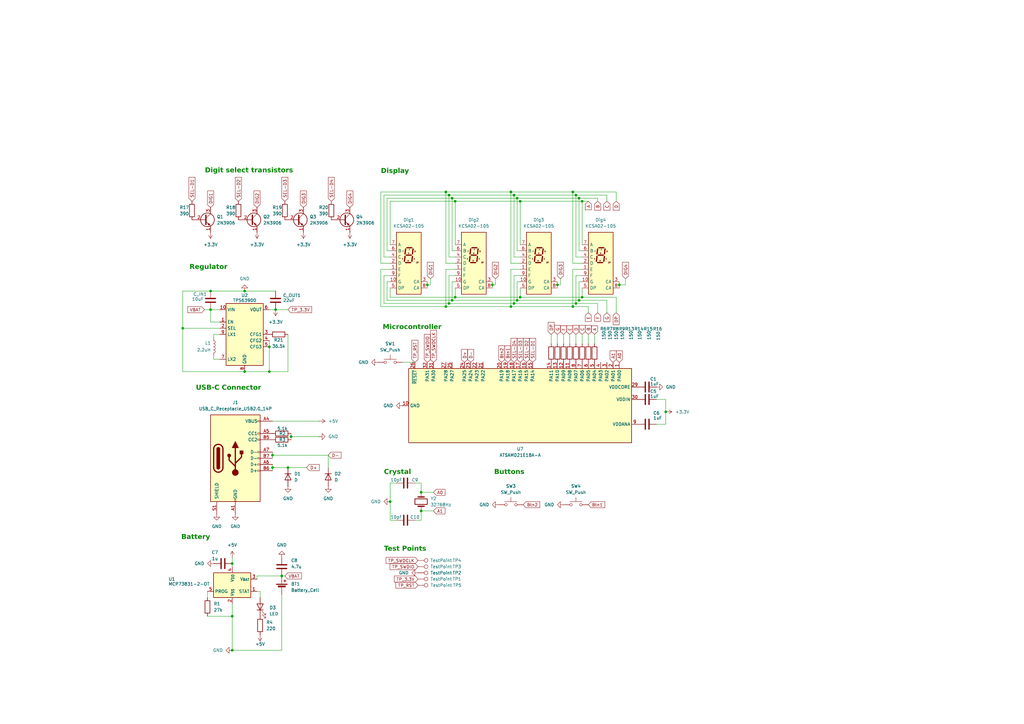
<source format=kicad_sch>
(kicad_sch (version 20231120) (generator "eeschema") (generator_version "8.0")
  (paper "A3")
  (title_block (title "Watch PCB") (date "2025-04-29") (rev "0.9"))
  (lib_symbols
    (symbol "Battery_Management:MCP73831-2-OT"
      (property "Reference" "U" (at -7.62 6.35 0))
      (property "Value" "MCP73831-2-OT" (at 1.27 6.35 0))
      (symbol "MCP73831-2-OT_1_1"
        (pin tri_state line (at 10.16 -2.54 180) (length 2.54) (name "STAT") (number "1"))
        (pin power_in line (at 0 -7.62 90) (length 2.54) (name "V_{SS}") (number "2"))
        (pin power_out line (at 10.16 2.54 180) (length 2.54) (name "V_{BAT}") (number "3"))
        (pin power_in line (at 0 7.62 270) (length 2.54) (name "V_{DD}") (number "4"))
        (pin input line (at -10.16 -2.54 0) (length 2.54) (name "PROG") (number "5"))
      )
    )
    (symbol "Connector:TestPoint" (pin_numbers hide) (pin_names (offset 0.762) hide)
      (property "Reference" "TP" (at 0 6.858 0))
      (property "Value" "TestPoint" (at 0 5.08 0))
      (symbol "TestPoint_1_1"
        (pin passive line (at 0 0 90) (length 2.54) (name "1") (number "1"))
      )
    )
    (symbol "Connector:USB_C_Receptacle_USB2.0_14P" (pin_names (offset 1.016))
      (property "Reference" "J" (at 0 22.225 0))
      (property "Value" "USB_C_Receptacle_USB2.0_14P" (at 0 19.685 0))
      (symbol "USB_C_Receptacle_USB2.0_14P_1_1"
        (pin passive line (at 0 -22.86 90) (length 5.08) (name "GND") (number "A1"))
        (pin passive line (at 0 -22.86 90) (length 5.08) hide (name "GND") (number "A12"))
        (pin passive line (at 15.24 15.24 180) (length 5.08) (name "VBUS") (number "A4"))
        (pin bidirectional line (at 15.24 10.16 180) (length 5.08) (name "CC1") (number "A5"))
        (pin bidirectional line (at 15.24 -2.54 180) (length 5.08) (name "D+") (number "A6"))
        (pin bidirectional line (at 15.24 2.54 180) (length 5.08) (name "D-") (number "A7"))
        (pin passive line (at 15.24 15.24 180) (length 5.08) hide (name "VBUS") (number "A9"))
        (pin passive line (at 0 -22.86 90) (length 5.08) hide (name "GND") (number "B1"))
        (pin passive line (at 0 -22.86 90) (length 5.08) hide (name "GND") (number "B12"))
        (pin passive line (at 15.24 15.24 180) (length 5.08) hide (name "VBUS") (number "B4"))
        (pin bidirectional line (at 15.24 7.62 180) (length 5.08) (name "CC2") (number "B5"))
        (pin bidirectional line (at 15.24 -5.08 180) (length 5.08) (name "D+") (number "B6"))
        (pin bidirectional line (at 15.24 0 180) (length 5.08) (name "D-") (number "B7"))
        (pin passive line (at 15.24 15.24 180) (length 5.08) hide (name "VBUS") (number "B9"))
        (pin passive line (at -7.62 -22.86 90) (length 5.08) (name "SHIELD") (number "S1"))
      )
    )
    (symbol "Device:Battery_Cell" (pin_numbers hide) (pin_names (offset 0) hide)
      (property "Reference" "BT" (at 2.54 2.54 0))
      (property "Value" "Battery_Cell" (at 2.54 0 0))
      (symbol "Battery_Cell_1_1"
        (pin passive line (at 0 5.08 270) (length 2.54) (name "+") (number "1"))
        (pin passive line (at 0 -2.54 90) (length 2.54) (name "-") (number "2"))
      )
    )
    (symbol "Device:C" (pin_numbers hide) (pin_names (offset 0.254))
      (property "Reference" "C" (at 0.635 2.54 0))
      (property "Value" "C" (at 0.635 -2.54 0))
      (symbol "C_1_1"
        (pin passive line (at 0 3.81 270) (length 2.794) (name "~") (number "1"))
        (pin passive line (at 0 -3.81 90) (length 2.794) (name "~") (number "2"))
      )
    )
    (symbol "Device:Crystal" (pin_numbers hide) (pin_names (offset 1.016) hide)
      (property "Reference" "Y" (at 0 3.81 0))
      (property "Value" "Crystal" (at 0 -3.81 0))
      (symbol "Crystal_1_1"
        (pin passive line (at -3.81 0 0) (length 1.27) (name "1") (number "1"))
        (pin passive line (at 3.81 0 180) (length 1.27) (name "2") (number "2"))
      )
    )
    (symbol "Device:D" (pin_numbers hide) (pin_names (offset 1.016) hide)
      (property "Reference" "D" (at 0 2.54 0))
      (property "Value" "D" (at 0 -2.54 0))
      (symbol "D_1_1"
        (pin passive line (at -3.81 0 0) (length 2.54) (name "K") (number "1"))
        (pin passive line (at 3.81 0 180) (length 2.54) (name "A") (number "2"))
      )
    )
    (symbol "Device:L" (pin_numbers hide) (pin_names (offset 1.016) hide)
      (property "Reference" "L" (at -1.27 0 90))
      (property "Value" "L" (at 1.905 0 90))
      (symbol "L_1_1"
        (pin passive line (at 0 3.81 270) (length 1.27) (name "1") (number "1"))
        (pin passive line (at 0 -3.81 90) (length 1.27) (name "2") (number "2"))
      )
    )
    (symbol "Device:LED" (pin_numbers hide) (pin_names (offset 1.016) hide)
      (property "Reference" "D" (at 0 2.54 0))
      (property "Value" "LED" (at 0 -2.54 0))
      (symbol "LED_1_1"
        (pin passive line (at -3.81 0 0) (length 2.54) (name "K") (number "1"))
        (pin passive line (at 3.81 0 180) (length 2.54) (name "A") (number "2"))
      )
    )
    (symbol "Device:R" (pin_numbers hide) (pin_names (offset 0))
      (property "Reference" "R" (at 2.032 0 90))
      (property "Value" "R" (at 0 0 90))
      (symbol "R_1_1"
        (pin passive line (at 0 3.81 270) (length 1.27) (name "~") (number "1"))
        (pin passive line (at 0 -3.81 90) (length 1.27) (name "~") (number "2"))
      )
    )
    (symbol "Display_Character:KCSA02-105" (pin_names (offset 0.635))
      (property "Reference" "U" (at -2.54 13.97 0))
      (property "Value" "KCSA02-105" (at 1.27 13.97 0))
      (symbol "KCSA02-105_0_0"
        (text "A" (at 0.254 5.588 0) (effects (font (size 0.508 0.508))))
        (text "B" (at 2.54 4.826 0) (effects (font (size 0.508 0.508))))
        (text "C" (at 2.286 1.778 0) (effects (font (size 0.508 0.508))))
        (text "D" (at -0.254 1.016 0) (effects (font (size 0.508 0.508))))
        (text "DP" (at 3.556 0.254 0) (effects (font (size 0.508 0.508))))
        (text "E" (at -2.54 1.778 0) (effects (font (size 0.508 0.508))))
        (text "F" (at -2.286 4.826 0) (effects (font (size 0.508 0.508))))
        (text "G" (at 0 4.064 0) (effects (font (size 0.508 0.508))))
      )
      (symbol "KCSA02-105_1_1"
        (pin input line (at -7.62 -2.54 0) (length 2.54) (name "E") (number "1"))
        (pin input line (at -7.62 -7.62 0) (length 2.54) (name "G") (number "10"))
        (pin input line (at -7.62 0 0) (length 2.54) (name "D") (number "2"))
        (pin input line (at 7.62 -7.62 180) (length 2.54) (name "CA") (number "3"))
        (pin input line (at -7.62 2.54 0) (length 2.54) (name "C") (number "4"))
        (pin input line (at -7.62 -10.16 0) (length 2.54) (name "DP") (number "5"))
        (pin input line (at -7.62 5.08 0) (length 2.54) (name "B") (number "6"))
        (pin input line (at -7.62 7.62 0) (length 2.54) (name "A") (number "7"))
        (pin input line (at 7.62 -10.16 180) (length 2.54) (name "CA") (number "8"))
        (pin input line (at -7.62 -5.08 0) (length 2.54) (name "F") (number "9"))
      )
    )
    (symbol "MCU_Microchip_SAMD:ATSAMD21E18A-A"
      (property "Reference" "U" (at -13.97 46.99 0))
      (property "Value" "ATSAMD21E18A-A" (at 16.51 46.99 0))
      (symbol "ATSAMD21E18A-A_1_1"
        (pin bidirectional line (at -17.78 40.64 0) (length 2.54) (name "PA00") (number "1"))
        (pin power_in line (at 0 -48.26 90) (length 2.54) (name "GND") (number "10"))
        (pin bidirectional line (at -17.78 20.32 0) (length 2.54) (name "PA08") (number "11"))
        (pin bidirectional line (at -17.78 17.78 0) (length 2.54) (name "PA09") (number "12"))
        (pin bidirectional line (at -17.78 15.24 0) (length 2.54) (name "PA10") (number "13"))
        (pin bidirectional line (at -17.78 12.7 0) (length 2.54) (name "PA11") (number "14"))
        (pin bidirectional line (at -17.78 5.08 0) (length 2.54) (name "PA14") (number "15"))
        (pin bidirectional line (at -17.78 2.54 0) (length 2.54) (name "PA15") (number "16"))
        (pin bidirectional line (at -17.78 0 0) (length 2.54) (name "PA16") (number "17"))
        (pin bidirectional line (at -17.78 -2.54 0) (length 2.54) (name "PA17") (number "18"))
        (pin bidirectional line (at -17.78 -5.08 0) (length 2.54) (name "PA18") (number "19"))
        (pin bidirectional line (at -17.78 38.1 0) (length 2.54) (name "PA01") (number "2"))
        (pin bidirectional line (at -17.78 -7.62 0) (length 2.54) (name "PA19") (number "20"))
        (pin bidirectional line (at -17.78 -15.24 0) (length 2.54) (name "PA22") (number "21"))
        (pin bidirectional line (at -17.78 -17.78 0) (length 2.54) (name "PA23") (number "22"))
        (pin bidirectional line (at -17.78 -20.32 0) (length 2.54) (name "PA24") (number "23"))
        (pin bidirectional line (at -17.78 -22.86 0) (length 2.54) (name "PA25") (number "24"))
        (pin bidirectional line (at -17.78 -27.94 0) (length 2.54) (name "PA27") (number "25"))
        (pin input line (at -17.78 -43.18 0) (length 2.54) (name "~{RESET}") (number "26"))
        (pin bidirectional line (at -17.78 -30.48 0) (length 2.54) (name "PA28") (number "27"))
        (pin passive line (at 0 -48.26 90) (length 2.54) hide (name "GND") (number "28"))
        (pin power_out line (at -7.62 48.26 270) (length 2.54) (name "VDDCORE") (number "29"))
        (pin bidirectional line (at -17.78 35.56 0) (length 2.54) (name "PA02") (number "3"))
        (pin power_in line (at -2.54 48.26 270) (length 2.54) (name "VDDIN") (number "30"))
        (pin bidirectional line (at -17.78 -35.56 0) (length 2.54) (name "PA30") (number "31"))
        (pin bidirectional line (at -17.78 -38.1 0) (length 2.54) (name "PA31") (number "32"))
        (pin bidirectional line (at -17.78 33.02 0) (length 2.54) (name "PA03") (number "4"))
        (pin bidirectional line (at -17.78 30.48 0) (length 2.54) (name "PA04") (number "5"))
        (pin bidirectional line (at -17.78 27.94 0) (length 2.54) (name "PA05") (number "6"))
        (pin bidirectional line (at -17.78 25.4 0) (length 2.54) (name "PA06") (number "7"))
        (pin bidirectional line (at -17.78 22.86 0) (length 2.54) (name "PA07") (number "8"))
        (pin power_in line (at 7.62 48.26 270) (length 2.54) (name "VDDANA") (number "9"))
      )
    )
    (symbol "Regulator_Switching:TPS63900"
      (property "Reference" "U" (at -7.62 13.97 0))
      (property "Value" "TPS63900" (at 5.08 13.97 0))
      (symbol "TPS63900_1_1"
        (pin input line (at -10.16 5.08 0) (length 2.54) (name "EN") (number "1"))
        (pin power_in line (at -10.16 10.16 0) (length 2.54) (name "VIN") (number "10"))
        (pin passive line (at 0 -15.24 90) (length 2.54) hide (name "GND") (number "11"))
        (pin input line (at -10.16 2.54 0) (length 2.54) (name "SEL") (number "2"))
        (pin input line (at 10.16 0 180) (length 2.54) (name "CFG1") (number "3"))
        (pin input line (at 10.16 -2.54 180) (length 2.54) (name "CFG2") (number "4"))
        (pin input line (at 10.16 -5.08 180) (length 2.54) (name "CFG3") (number "5"))
        (pin power_out line (at 10.16 10.16 180) (length 2.54) (name "VOUT") (number "6"))
        (pin input line (at -10.16 -10.16 0) (length 2.54) (name "LX2") (number "7"))
        (pin power_in line (at 0 -15.24 90) (length 2.54) (name "GND") (number "8"))
        (pin input line (at -10.16 0 0) (length 2.54) (name "LX1") (number "9"))
      )
    )
    (symbol "Switch:SW_Push" (pin_numbers hide) (pin_names (offset 1.016) hide)
      (property "Reference" "SW" (at 1.27 2.54 0))
      (property "Value" "SW_Push" (at 0 -1.524 0))
      (symbol "SW_Push_0_1"
        (pin passive line (at -5.08 0 0) (length 2.54) (name "1") (number "1"))
        (pin passive line (at 5.08 0 180) (length 2.54) (name "2") (number "2"))
      )
    )
    (symbol "Transistor_BJT:2N3906" (pin_names (offset 0) hide)
      (property "Reference" "Q" (at 5.08 1.905 0))
      (property "Value" "2N3906" (at 5.08 0 0))
      (symbol "2N3906_1_1"
        (pin passive line (at 2.54 -5.08 90) (length 2.54) (name "E") (number "1"))
        (pin input line (at -5.08 0 0) (length 5.715) (name "B") (number "2"))
        (pin passive line (at 2.54 5.08 270) (length 2.54) (name "C") (number "3"))
      )
    )
    (symbol "power:+3.3V" (power) (pin_numbers hide) (pin_names (offset 0) hide)
      (property "Value" "+3.3V" (at 0 3.556 0))
      (symbol "+3.3V_1_1"
        (pin power_in line (at 0 0 90) (length 0) (name "~") (number "1"))
      )
    )
    (symbol "power:+5V" (power) (pin_numbers hide) (pin_names (offset 0) hide)
      (property "Value" "+5V" (at 0 3.556 0))
      (symbol "+5V_1_1"
        (pin power_in line (at 0 0 90) (length 0) (name "~") (number "1"))
      )
    )
    (symbol "power:GND" (power) (pin_numbers hide) (pin_names (offset 0) hide)
      (property "Value" "GND" (at 0 -3.81 0))
      (symbol "GND_1_1"
        (pin power_in line (at 0 0 270) (length 0) (name "~") (number "1"))
      )
    )
  )
  (junction (at 95.25 231.14))
  (junction (at 160.02 205.74))
  (junction (at 110.49 152.4))
  (junction (at 111.76 191.77))
  (junction (at 254 116.84))
  (junction (at 238.76 121.92))
  (junction (at 237.49 81.28))
  (junction (at 237.49 123.19))
  (junction (at 210.82 80.01))
  (junction (at 172.72 209.55))
  (junction (at 175.26 116.84))
  (junction (at 212.09 123.19))
  (junction (at 201.93 116.84))
  (junction (at 172.72 201.93))
  (junction (at 110.49 142.24))
  (junction (at 212.09 81.28))
  (junction (at 184.15 124.46))
  (junction (at 118.11 191.77))
  (junction (at 119.38 179.07))
  (junction (at 228.6 116.84))
  (junction (at 115.57 236.22))
  (junction (at 100.33 119.38))
  (junction (at 86.36 119.38))
  (junction (at 95.25 252.73))
  (junction (at 234.95 125.73))
  (junction (at 111.76 186.69))
  (junction (at 238.76 82.55))
  (junction (at 113.03 127))
  (junction (at 185.42 123.19))
  (junction (at 95.25 266.7))
  (junction (at 186.69 121.92))
  (junction (at 236.22 80.01))
  (junction (at 273.05 168.91))
  (junction (at 213.36 121.92))
  (junction (at 209.55 125.73))
  (junction (at 236.22 124.46))
  (junction (at 234.95 78.74))
  (junction (at 86.36 127))
  (junction (at 182.88 125.73))
  (junction (at 213.36 82.55))
  (junction (at 182.88 78.74))
  (junction (at 100.33 152.4))
  (junction (at 210.82 124.46))
  (junction (at 209.55 78.74))
  (junction (at 184.15 80.01))
  (junction (at 74.93 134.62))
  (junction (at 185.42 81.28))
  (junction (at 186.69 82.55))
  (wire (pts (xy 245.11 128.27) (xy 245.11 124.46)))
  (wire (pts (xy 86.36 132.08) (xy 90.17 132.08)))
  (wire (pts (xy 160.02 198.12) (xy 162.56 198.12)))
  (wire (pts (xy 236.22 80.01) (xy 236.22 105.41)))
  (wire (pts (xy 95.25 266.7) (xy 115.57 266.7)))
  (wire (pts (xy 95.25 247.65) (xy 95.25 252.73)))
  (wire (pts (xy 248.92 80.01) (xy 248.92 82.55)))
  (wire (pts (xy 234.95 125.73) (xy 234.95 110.49)))
  (wire (pts (xy 186.69 118.11) (xy 186.69 121.92)))
  (wire (pts (xy 111.76 191.77) (xy 118.11 191.77)))
  (wire (pts (xy 213.36 113.03) (xy 210.82 113.03)))
  (wire (pts (xy 118.11 137.16) (xy 118.11 152.4)))
  (wire (pts (xy 212.09 115.57) (xy 212.09 123.19)))
  (wire (pts (xy 273.05 163.83) (xy 273.05 168.91)))
  (wire (pts (xy 87.63 147.32) (xy 90.17 147.32)))
  (wire (pts (xy 213.36 102.87) (xy 212.09 102.87)))
  (wire (pts (xy 176.53 114.3) (xy 176.53 116.84)))
  (wire (pts (xy 248.92 123.19) (xy 237.49 123.19)))
  (wire (pts (xy 184.15 124.46) (xy 210.82 124.46)))
  (wire (pts (xy 254 115.57) (xy 254 116.84)))
  (wire (pts (xy 212.09 123.19) (xy 237.49 123.19)))
  (wire (pts (xy 160.02 198.12) (xy 160.02 205.74)))
  (wire (pts (xy 210.82 105.41) (xy 210.82 80.01)))
  (wire (pts (xy 238.76 82.55) (xy 241.3 82.55)))
  (wire (pts (xy 134.62 191.77) (xy 134.62 186.69)))
  (wire (pts (xy 210.82 80.01) (xy 236.22 80.01)))
  (wire (pts (xy 113.03 127) (xy 110.49 127)))
  (wire (pts (xy 160.02 102.87) (xy 158.75 102.87)))
  (wire (pts (xy 156.21 125.73) (xy 182.88 125.73)))
  (wire (pts (xy 95.25 228.6) (xy 95.25 231.14)))
  (wire (pts (xy 74.93 134.62) (xy 90.17 134.62)))
  (wire (pts (xy 237.49 102.87) (xy 238.76 102.87)))
  (wire (pts (xy 87.63 146.05) (xy 87.63 147.32)))
  (wire (pts (xy 160.02 82.55) (xy 186.69 82.55)))
  (wire (pts (xy 234.95 78.74) (xy 252.73 78.74)))
  (wire (pts (xy 213.36 105.41) (xy 210.82 105.41)))
  (wire (pts (xy 172.72 213.36) (xy 172.72 209.55)))
  (wire (pts (xy 172.72 209.55) (xy 177.8 209.55)))
  (wire (pts (xy 182.88 125.73) (xy 209.55 125.73)))
  (wire (pts (xy 158.75 123.19) (xy 185.42 123.19)))
  (wire (pts (xy 115.57 243.84) (xy 115.57 266.7)))
  (wire (pts (xy 245.11 124.46) (xy 236.22 124.46)))
  (wire (pts (xy 256.54 114.3) (xy 256.54 116.84)))
  (wire (pts (xy 158.75 81.28) (xy 185.42 81.28)))
  (wire (pts (xy 209.55 107.95) (xy 209.55 78.74)))
  (wire (pts (xy 185.42 115.57) (xy 185.42 123.19)))
  (wire (pts (xy 210.82 124.46) (xy 236.22 124.46)))
  (wire (pts (xy 160.02 105.41) (xy 157.48 105.41)))
  (wire (pts (xy 243.84 137.16) (xy 243.84 140.97)))
  (wire (pts (xy 213.36 82.55) (xy 213.36 100.33)))
  (wire (pts (xy 273.05 173.99) (xy 269.24 173.99)))
  (wire (pts (xy 156.21 107.95) (xy 156.21 78.74)))
  (wire (pts (xy 236.22 105.41) (xy 238.76 105.41)))
  (wire (pts (xy 185.42 123.19) (xy 212.09 123.19)))
  (wire (pts (xy 186.69 115.57) (xy 185.42 115.57)))
  (wire (pts (xy 175.26 116.84) (xy 175.26 118.11)))
  (wire (pts (xy 201.93 115.57) (xy 201.93 116.84)))
  (wire (pts (xy 86.36 119.38) (xy 100.33 119.38)))
  (wire (pts (xy 228.6 137.16) (xy 228.6 140.97)))
  (wire (pts (xy 203.2 116.84) (xy 201.93 116.84)))
  (wire (pts (xy 186.69 82.55) (xy 213.36 82.55)))
  (wire (pts (xy 238.76 121.92) (xy 238.76 118.11)))
  (wire (pts (xy 111.76 186.69) (xy 134.62 186.69)))
  (wire (pts (xy 236.22 124.46) (xy 236.22 113.03)))
  (wire (pts (xy 201.93 116.84) (xy 201.93 118.11)))
  (wire (pts (xy 213.36 82.55) (xy 238.76 82.55)))
  (wire (pts (xy 231.14 137.16) (xy 231.14 140.97)))
  (wire (pts (xy 160.02 113.03) (xy 157.48 113.03)))
  (wire (pts (xy 226.06 137.16) (xy 226.06 140.97)))
  (wire (pts (xy 184.15 113.03) (xy 184.15 124.46)))
  (wire (pts (xy 175.26 115.57) (xy 175.26 116.84)))
  (wire (pts (xy 184.15 80.01) (xy 210.82 80.01)))
  (wire (pts (xy 110.49 142.24) (xy 110.49 152.4)))
  (wire (pts (xy 182.88 110.49) (xy 186.69 110.49)))
  (wire (pts (xy 254 116.84) (xy 254 118.11)))
  (wire (pts (xy 245.11 81.28) (xy 245.11 82.55)))
  (wire (pts (xy 130.81 179.07) (xy 119.38 179.07)))
  (wire (pts (xy 95.25 231.14) (xy 95.25 232.41)))
  (wire (pts (xy 157.48 80.01) (xy 184.15 80.01)))
  (wire (pts (xy 160.02 100.33) (xy 160.02 82.55)))
  (wire (pts (xy 118.11 127) (xy 113.03 127)))
  (wire (pts (xy 186.69 113.03) (xy 184.15 113.03)))
  (wire (pts (xy 160.02 110.49) (xy 156.21 110.49)))
  (wire (pts (xy 238.76 137.16) (xy 238.76 140.97)))
  (wire (pts (xy 252.73 121.92) (xy 238.76 121.92)))
  (wire (pts (xy 229.87 114.3) (xy 229.87 116.84)))
  (wire (pts (xy 234.95 110.49) (xy 238.76 110.49)))
  (wire (pts (xy 172.72 201.93) (xy 177.8 201.93)))
  (wire (pts (xy 236.22 137.16) (xy 236.22 140.97)))
  (wire (pts (xy 210.82 113.03) (xy 210.82 124.46)))
  (wire (pts (xy 186.69 121.92) (xy 213.36 121.92)))
  (wire (pts (xy 83.82 127) (xy 86.36 127)))
  (wire (pts (xy 119.38 177.8) (xy 119.38 179.07)))
  (wire (pts (xy 90.17 137.16) (xy 87.63 137.16)))
  (wire (pts (xy 158.75 102.87) (xy 158.75 81.28)))
  (wire (pts (xy 252.73 78.74) (xy 252.73 82.55)))
  (wire (pts (xy 252.73 128.27) (xy 252.73 121.92)))
  (wire (pts (xy 100.33 119.38) (xy 113.03 119.38)))
  (wire (pts (xy 110.49 139.7) (xy 110.49 142.24)))
  (wire (pts (xy 111.76 190.5) (xy 111.76 191.77)))
  (wire (pts (xy 237.49 115.57) (xy 238.76 115.57)))
  (wire (pts (xy 118.11 191.77) (xy 125.73 191.77)))
  (wire (pts (xy 182.88 107.95) (xy 182.88 78.74)))
  (wire (pts (xy 213.36 107.95) (xy 209.55 107.95)))
  (wire (pts (xy 86.36 119.38) (xy 74.93 119.38)))
  (wire (pts (xy 237.49 123.19) (xy 237.49 115.57)))
  (wire (pts (xy 170.18 198.12) (xy 172.72 198.12)))
  (wire (pts (xy 156.21 110.49) (xy 156.21 125.73)))
  (wire (pts (xy 228.6 115.57) (xy 228.6 116.84)))
  (wire (pts (xy 209.55 78.74) (xy 234.95 78.74)))
  (wire (pts (xy 115.57 236.22) (xy 105.41 236.22)))
  (wire (pts (xy 186.69 105.41) (xy 184.15 105.41)))
  (wire (pts (xy 106.68 245.11) (xy 106.68 242.57)))
  (wire (pts (xy 213.36 115.57) (xy 212.09 115.57)))
  (wire (pts (xy 165.1 148.59) (xy 170.18 148.59)))
  (wire (pts (xy 156.21 78.74) (xy 182.88 78.74)))
  (wire (pts (xy 157.48 124.46) (xy 184.15 124.46)))
  (wire (pts (xy 86.36 127) (xy 90.17 127)))
  (wire (pts (xy 237.49 81.28) (xy 245.11 81.28)))
  (wire (pts (xy 248.92 128.27) (xy 248.92 123.19)))
  (wire (pts (xy 209.55 125.73) (xy 234.95 125.73)))
  (wire (pts (xy 86.36 127) (xy 86.36 132.08)))
  (wire (pts (xy 158.75 115.57) (xy 158.75 123.19)))
  (wire (pts (xy 74.93 152.4) (xy 100.33 152.4)))
  (wire (pts (xy 186.69 107.95) (xy 182.88 107.95)))
  (wire (pts (xy 157.48 105.41) (xy 157.48 80.01)))
  (wire (pts (xy 241.3 137.16) (xy 241.3 140.97)))
  (wire (pts (xy 256.54 116.84) (xy 254 116.84)))
  (wire (pts (xy 212.09 81.28) (xy 212.09 102.87)))
  (wire (pts (xy 184.15 105.41) (xy 184.15 80.01)))
  (wire (pts (xy 182.88 125.73) (xy 182.88 110.49)))
  (wire (pts (xy 111.76 185.42) (xy 111.76 186.69)))
  (wire (pts (xy 172.72 198.12) (xy 172.72 201.93)))
  (wire (pts (xy 241.3 128.27) (xy 241.3 125.73)))
  (wire (pts (xy 236.22 80.01) (xy 248.92 80.01)))
  (wire (pts (xy 213.36 110.49) (xy 209.55 110.49)))
  (wire (pts (xy 228.6 116.84) (xy 228.6 118.11)))
  (wire (pts (xy 106.68 242.57) (xy 105.41 242.57)))
  (wire (pts (xy 105.41 236.22) (xy 105.41 237.49)))
  (wire (pts (xy 160.02 118.11) (xy 160.02 121.92)))
  (wire (pts (xy 241.3 125.73) (xy 234.95 125.73)))
  (wire (pts (xy 203.2 114.3) (xy 203.2 116.84)))
  (wire (pts (xy 95.25 252.73) (xy 95.25 266.7)))
  (wire (pts (xy 176.53 116.84) (xy 175.26 116.84)))
  (wire (pts (xy 74.93 119.38) (xy 74.93 134.62)))
  (wire (pts (xy 85.09 252.73) (xy 95.25 252.73)))
  (wire (pts (xy 233.68 137.16) (xy 233.68 140.97)))
  (wire (pts (xy 160.02 205.74) (xy 160.02 213.36)))
  (wire (pts (xy 238.76 82.55) (xy 238.76 100.33)))
  (wire (pts (xy 212.09 81.28) (xy 237.49 81.28)))
  (wire (pts (xy 157.48 113.03) (xy 157.48 124.46)))
  (wire (pts (xy 229.87 116.84) (xy 228.6 116.84)))
  (wire (pts (xy 111.76 186.69) (xy 111.76 187.96)))
  (wire (pts (xy 116.84 236.22) (xy 115.57 236.22)))
  (wire (pts (xy 234.95 78.74) (xy 234.95 107.95)))
  (wire (pts (xy 160.02 213.36) (xy 162.56 213.36)))
  (wire (pts (xy 185.42 81.28) (xy 212.09 81.28)))
  (wire (pts (xy 170.18 213.36) (xy 172.72 213.36)))
  (wire (pts (xy 234.95 107.95) (xy 238.76 107.95)))
  (wire (pts (xy 273.05 163.83) (xy 269.24 163.83)))
  (wire (pts (xy 182.88 78.74) (xy 209.55 78.74)))
  (wire (pts (xy 118.11 152.4) (xy 110.49 152.4)))
  (wire (pts (xy 119.38 179.07) (xy 119.38 180.34)))
  (wire (pts (xy 74.93 134.62) (xy 74.93 152.4)))
  (wire (pts (xy 160.02 115.57) (xy 158.75 115.57)))
  (wire (pts (xy 273.05 168.91) (xy 273.05 173.99)))
  (wire (pts (xy 209.55 110.49) (xy 209.55 125.73)))
  (wire (pts (xy 213.36 121.92) (xy 238.76 121.92)))
  (wire (pts (xy 111.76 191.77) (xy 111.76 193.04)))
  (wire (pts (xy 213.36 118.11) (xy 213.36 121.92)))
  (wire (pts (xy 236.22 113.03) (xy 238.76 113.03)))
  (wire (pts (xy 185.42 102.87) (xy 186.69 102.87)))
  (wire (pts (xy 130.81 172.72) (xy 111.76 172.72)))
  (wire (pts (xy 185.42 81.28) (xy 185.42 102.87)))
  (wire (pts (xy 85.09 245.11) (xy 85.09 242.57)))
  (wire (pts (xy 110.49 152.4) (xy 100.33 152.4)))
  (wire (pts (xy 160.02 107.95) (xy 156.21 107.95)))
  (wire (pts (xy 160.02 121.92) (xy 186.69 121.92)))
  (wire (pts (xy 186.69 82.55) (xy 186.69 100.33)))
  (wire (pts (xy 87.63 137.16) (xy 87.63 138.43)))
  (wire (pts (xy 237.49 81.28) (xy 237.49 102.87)))
  (text "Battery" (at 80.264 220.98 0) (effects (font (size 2 2) (bold yes))))
  (text "Crystal" (at 157.48 194.31 0) (effects (font (size 2 2) (bold yes)) (justify left)))
  (text "Display" (at 156.21 70.866 0) (effects (font (size 2 2) (bold yes)) (justify left)))
  (text "Test Points" (at 157.48 225.806 0) (effects (font (size 2 2) (bold yes)) (justify left)))
  (text "Microcontroller" (at 156.972 134.874 0) (effects (font (size 2 2) (bold yes)) (justify left)))
  (text "Digit select transistors" (at 102.108 70.612 0) (effects (font (size 2 2) (bold yes))))
  (text "Regulator" (at 77.724 110.236 0) (effects (font (size 2 2) (bold yes)) (justify left)))
  (text "Buttons" (at 202.692 194.31 0) (effects (font (size 2 2) (bold yes)) (justify left)))
  (text "USB-C Connector" (at 93.726 159.766 0) (effects (font (size 2 2) (bold yes))))
  (global_label "TP_3.3V" (shape input) (at 118.11 127 0) (property "Intersheetrefs" "${INTERSHEET_REFS}" (effects (hide yes))))
  (global_label "Btn1" (shape input) (at 241.3 207.01 0) (property "Intersheetrefs" "${INTERSHEET_REFS}" (effects (hide yes))))
  (global_label "A1" (shape input) (at 251.46 148.59 90) (property "Intersheetrefs" "${INTERSHEET_REFS}" (effects (hide yes))))
  (global_label "F" (shape input) (at 231.14 137.16 90) (property "Intersheetrefs" "${INTERSHEET_REFS}" (effects (hide yes))))
  (global_label "Btn2" (shape input) (at 205.74 148.59 90) (property "Intersheetrefs" "${INTERSHEET_REFS}" (effects (hide yes))))
  (global_label "D-" (shape input) (at 134.62 186.69 0) (property "Intersheetrefs" "${INTERSHEET_REFS}" (effects (hide yes))))
  (global_label "G" (shape input) (at 228.6 137.16 90) (property "Intersheetrefs" "${INTERSHEET_REFS}" (effects (hide yes))))
  (global_label "DIG1" (shape input) (at 176.53 114.3 90) (property "Intersheetrefs" "${INTERSHEET_REFS}" (effects (hide yes))))
  (global_label "D-" (shape input) (at 193.04 148.59 90) (property "Intersheetrefs" "${INTERSHEET_REFS}" (effects (hide yes))))
  (global_label "TP_RST" (shape input) (at 171.45 240.03 180) (property "Intersheetrefs" "${INTERSHEET_REFS}" (effects (hide yes))))
  (global_label "F" (shape input) (at 245.11 128.27 270) (property "Intersheetrefs" "${INTERSHEET_REFS}" (effects (hide yes))))
  (global_label "A0" (shape input) (at 254 148.59 90) (property "Intersheetrefs" "${INTERSHEET_REFS}" (effects (hide yes))))
  (global_label "DIG1" (shape input) (at 86.36 85.09 90) (property "Intersheetrefs" "${INTERSHEET_REFS}" (effects (hide yes))))
  (global_label "B" (shape input) (at 245.11 82.55 270) (property "Intersheetrefs" "${INTERSHEET_REFS}" (effects (hide yes))))
  (global_label "SEL-D4" (shape input) (at 135.89 82.55 90) (property "Intersheetrefs" "${INTERSHEET_REFS}" (effects (hide yes))))
  (global_label "SEL-D3" (shape input) (at 116.84 82.55 90) (property "Intersheetrefs" "${INTERSHEET_REFS}" (effects (hide yes))))
  (global_label "B" (shape input) (at 241.3 137.16 90) (property "Intersheetrefs" "${INTERSHEET_REFS}" (effects (hide yes))))
  (global_label "C" (shape input) (at 238.76 137.16 90) (property "Intersheetrefs" "${INTERSHEET_REFS}" (effects (hide yes))))
  (global_label "A" (shape input) (at 243.84 137.16 90) (property "Intersheetrefs" "${INTERSHEET_REFS}" (effects (hide yes))))
  (global_label "TP_SWDCLK" (shape input) (at 171.45 229.87 180) (property "Intersheetrefs" "${INTERSHEET_REFS}" (effects (hide yes))))
  (global_label "E" (shape input) (at 233.68 137.16 90) (property "Intersheetrefs" "${INTERSHEET_REFS}" (effects (hide yes))))
  (global_label "TP_3.3V" (shape input) (at 171.45 237.49 180) (property "Intersheetrefs" "${INTERSHEET_REFS}" (effects (hide yes))))
  (global_label "SEL-D1" (shape input) (at 218.44 148.59 90) (property "Intersheetrefs" "${INTERSHEET_REFS}" (effects (hide yes))))
  (global_label "D+" (shape input) (at 190.5 148.59 90) (property "Intersheetrefs" "${INTERSHEET_REFS}" (effects (hide yes))))
  (global_label "C" (shape input) (at 248.92 82.55 270) (property "Intersheetrefs" "${INTERSHEET_REFS}" (effects (hide yes))))
  (global_label "A" (shape input) (at 241.3 82.55 270) (property "Intersheetrefs" "${INTERSHEET_REFS}" (effects (hide yes))))
  (global_label "Btn2" (shape input) (at 214.63 207.01 0) (property "Intersheetrefs" "${INTERSHEET_REFS}" (effects (hide yes))))
  (global_label "G" (shape input) (at 248.92 128.27 270) (property "Intersheetrefs" "${INTERSHEET_REFS}" (effects (hide yes))))
  (global_label "DP" (shape input) (at 252.73 128.27 270) (property "Intersheetrefs" "${INTERSHEET_REFS}" (effects (hide yes))))
  (global_label "TP_RST" (shape input) (at 170.18 148.59 90) (property "Intersheetrefs" "${INTERSHEET_REFS}" (effects (hide yes))))
  (global_label "SEL-D3" (shape input) (at 213.36 148.59 90) (property "Intersheetrefs" "${INTERSHEET_REFS}" (effects (hide yes))))
  (global_label "DIG4" (shape input) (at 256.54 114.3 90) (property "Intersheetrefs" "${INTERSHEET_REFS}" (effects (hide yes))))
  (global_label "VBAT" (shape input) (at 83.82 127 180) (property "Intersheetrefs" "${INTERSHEET_REFS}" (effects (hide yes))))
  (global_label "DIG3" (shape input) (at 229.87 114.3 90) (property "Intersheetrefs" "${INTERSHEET_REFS}" (effects (hide yes))))
  (global_label "Btn1" (shape input) (at 208.28 148.59 90) (property "Intersheetrefs" "${INTERSHEET_REFS}" (effects (hide yes))))
  (global_label "A1" (shape input) (at 177.8 209.55 0) (property "Intersheetrefs" "${INTERSHEET_REFS}" (effects (hide yes))))
  (global_label "DIG2" (shape input) (at 105.41 85.09 90) (property "Intersheetrefs" "${INTERSHEET_REFS}" (effects (hide yes))))
  (global_label "SEL-D2" (shape input) (at 215.9 148.59 90) (property "Intersheetrefs" "${INTERSHEET_REFS}" (effects (hide yes))))
  (global_label "TP_SWDIO" (shape input) (at 171.45 232.41 180) (property "Intersheetrefs" "${INTERSHEET_REFS}" (effects (hide yes))))
  (global_label "DIG4" (shape input) (at 143.51 85.09 90) (property "Intersheetrefs" "${INTERSHEET_REFS}" (effects (hide yes))))
  (global_label "DIG2" (shape input) (at 203.2 114.3 90) (property "Intersheetrefs" "${INTERSHEET_REFS}" (effects (hide yes))))
  (global_label "A0" (shape input) (at 177.8 201.93 0) (property "Intersheetrefs" "${INTERSHEET_REFS}" (effects (hide yes))))
  (global_label "SEL-D2" (shape input) (at 97.79 82.55 90) (property "Intersheetrefs" "${INTERSHEET_REFS}" (effects (hide yes))))
  (global_label "D" (shape input) (at 252.73 82.55 270) (property "Intersheetrefs" "${INTERSHEET_REFS}" (effects (hide yes))))
  (global_label "TP_SWDCLK" (shape input) (at 177.8 148.59 90) (property "Intersheetrefs" "${INTERSHEET_REFS}" (effects (hide yes))))
  (global_label "SEL-D1" (shape input) (at 78.74 82.55 90) (property "Intersheetrefs" "${INTERSHEET_REFS}" (effects (hide yes))))
  (global_label "SEL-D4" (shape input) (at 210.82 148.59 90) (property "Intersheetrefs" "${INTERSHEET_REFS}" (effects (hide yes))))
  (global_label "TP_SWDIO" (shape input) (at 175.26 148.59 90) (property "Intersheetrefs" "${INTERSHEET_REFS}" (effects (hide yes))))
  (global_label "VBAT" (shape input) (at 116.84 236.22 0) (property "Intersheetrefs" "${INTERSHEET_REFS}" (effects (hide yes))))
  (global_label "E" (shape input) (at 241.3 128.27 270) (property "Intersheetrefs" "${INTERSHEET_REFS}" (effects (hide yes))))
  (global_label "DP" (shape input) (at 226.06 137.16 90) (property "Intersheetrefs" "${INTERSHEET_REFS}" (effects (hide yes))))
  (global_label "D" (shape input) (at 236.22 137.16 90) (property "Intersheetrefs" "${INTERSHEET_REFS}" (effects (hide yes))))
  (global_label "DIG3" (shape input) (at 124.46 85.09 90) (property "Intersheetrefs" "${INTERSHEET_REFS}" (effects (hide yes))))
  (global_label "D+" (shape input) (at 125.73 191.77 0) (property "Intersheetrefs" "${INTERSHEET_REFS}" (effects (hide yes))))
  (symbol (lib_id "Device:L") (at 87.63 142.24 0) (unit 1)
    (property "Reference" "L1" (at 84.074 140.716 0) (effects (justify left)))
    (property "Value" "2.2uH" (at 80.772 143.51 0) (effects (justify left)))
    (property "Footprint" "Inductor_SMD:L_0805_2012Metric" (effects (hide yes)))
    (property "Description" "Inductor" (effects (hide yes)))
  )
  (symbol (lib_id "power:+3.3V") (at 143.51 95.25 180) (unit 1)
    (property "Reference" "#PWR021" (effects (hide yes)))
    (property "Value" "+3.3V" (at 143.51 100.33 0))
    (property "Description" "Power symbol creates a global label with name \"+3.3V\"" (effects (hide yes)))
  )
  (symbol (lib_id "Switch:SW_Push") (at 160.02 148.59 0) (unit 1)
    (property "Reference" "SW1" (at 160.02 140.97 0))
    (property "Value" "SW_Push" (at 160.02 143.51 0))
    (property "Footprint" "Button_Switch_SMD:SW_SPST_B3U-1000P" (effects (hide yes)))
    (property "Description" "Push button switch, generic, two pins" (effects (hide yes)))
  )
  (symbol (lib_id "Device:C") (at 265.43 173.99 90) (unit 1)
    (property "Reference" "C6" (at 269.24 169.418 90))
    (property "Value" "1uF" (at 269.748 171.45 90))
    (property "Footprint" "Capacitor_SMD:C_0402_1005Metric" (effects (hide yes)))
    (property "Description" "Unpolarized capacitor" (effects (hide yes)))
  )
  (symbol (lib_id "Device:R") (at 238.76 144.78 0) (unit 1)
    (property "Reference" "R14" (at 260.096 134.874 0) (effects (justify left)))
    (property "Value" "150" (at 262.382 139.446 90) (effects (justify left)))
    (property "Footprint" "Resistor_SMD:R_0402_1005Metric" (effects (hide yes)))
    (property "Description" "Resistor" (effects (hide yes)))
  )
  (symbol (lib_id "Display_Character:KCSA02-105") (at 167.64 107.95 0) (unit 1)
    (property "Reference" "Dig1" (at 167.64 90.17 0))
    (property "Value" "KCSA02-105" (at 167.64 92.71 0))
    (property "Footprint" "Display_7Segment:KCSC02-105" (effects (hide yes)))
    (property "Datasheet" "http://www.kingbright.com/attachments/file/psearch/000/00/00/KCSA02-105(Ver.10A).pdf" (effects (hide yes)))
    (property "Description" "One digit 7 segment hyper red LED, common anode" (effects (hide yes)))
  )
  (symbol (lib_id "Switch:SW_Push") (at 236.22 207.01 0) (unit 1)
    (property "Reference" "SW4" (at 236.22 199.39 0))
    (property "Value" "SW_Push" (at 236.22 201.93 0))
    (property "Footprint" "Button_Switch_SMD:SW_SPST_B3U-1000P" (effects (hide yes)))
    (property "Description" "Push button switch, generic, two pins" (effects (hide yes)))
  )
  (symbol (lib_id "Device:LED") (at 106.68 248.92 90) (unit 1)
    (property "Reference" "D3" (at 110.49 249.2374 90) (effects (justify right)))
    (property "Value" "LED" (at 110.49 251.7774 90) (effects (justify right)))
    (property "Footprint" "LED_SMD:LED_0402_1005Metric" (effects (hide yes)))
    (property "Description" "Light emitting diode" (effects (hide yes)))
  )
  (symbol (lib_id "Device:R") (at 233.68 144.78 0) (unit 1)
    (property "Reference" "R9" (at 253.746 134.874 0) (effects (justify left)))
    (property "Value" "150" (at 255.27 139.446 90) (effects (justify left)))
    (property "Footprint" "Resistor_SMD:R_0402_1005Metric" (effects (hide yes)))
    (property "Description" "Resistor" (effects (hide yes)))
  )
  (symbol (lib_id "Device:C") (at 166.37 198.12 270) (unit 1)
    (property "Reference" "C9" (at 170.18 196.85 90))
    (property "Value" "10pF" (at 162.56 196.85 90))
    (property "Footprint" "Capacitor_SMD:C_0402_1005Metric" (effects (hide yes)))
    (property "Datasheet" "https://datasheet.octopart.com/CL21C100JBANNNC-Samsung-Electro-Mechanics-datasheet-8324245.pdf" (effects (hide yes)))
    (property "MPN" "CL21C100JBANNNC" (effects (hide yes)))
  )
  (symbol (lib_id "Device:R") (at 78.74 86.36 0) (unit 1)
    (property "Reference" "R17" (at 73.66 85.09 0) (effects (justify left)))
    (property "Value" "390" (at 73.66 87.63 0) (effects (justify left)))
    (property "Footprint" "Resistor_SMD:R_0402_1005Metric" (effects (hide yes)))
    (property "Description" "Resistor" (effects (hide yes)))
  )
  (symbol (lib_id "Transistor_BJT:2N3906") (at 83.82 90.17 0) (unit 1)
    (property "Reference" "Q1" (at 88.9 88.8999 0) (effects (justify left)))
    (property "Value" "2N3906" (at 88.9 91.4399 0) (effects (justify left)))
    (property "Footprint" "Package_TO_SOT_SMD:SOT-23" (effects (hide yes)))
    (property "Datasheet" "https://www.onsemi.com/pub/Collateral/2N3906-D.PDF" (effects (hide yes)))
    (property "Description" "-0.2A Ic, -40V Vce, Small Signal PNP Transistor, TO-92" (effects (hide yes)))
  )
  (symbol (lib_id "Device:R") (at 236.22 144.78 0) (unit 1)
    (property "Reference" "R13" (at 256.286 134.874 0) (effects (justify left)))
    (property "Value" "150" (at 258.826 139.446 90) (effects (justify left)))
    (property "Footprint" "Resistor_SMD:R_0402_1005Metric" (effects (hide yes)))
    (property "Description" "Resistor" (effects (hide yes)))
  )
  (symbol (lib_id "Device:R") (at 226.06 144.78 0) (unit 1)
    (property "Reference" "R6" (at 246.126 134.874 0) (effects (justify left)))
    (property "Value" "150" (at 247.65 139.446 90) (effects (justify left)))
    (property "Footprint" "Resistor_SMD:R_0402_1005Metric" (effects (hide yes)))
    (property "Description" "Resistor" (effects (hide yes)))
  )
  (symbol (lib_id "Device:R") (at 228.6 144.78 0) (unit 1)
    (property "Reference" "R7" (at 248.666 134.874 0) (effects (justify left)))
    (property "Value" "150" (at 250.19 139.446 90) (effects (justify left)))
    (property "Footprint" "Resistor_SMD:R_0402_1005Metric" (effects (hide yes)))
    (property "Description" "Resistor" (effects (hide yes)))
  )
  (symbol (lib_id "Device:R") (at 241.3 144.78 0) (unit 1)
    (property "Reference" "R15" (at 263.906 134.874 0) (effects (justify left)))
    (property "Value" "150" (at 266.192 139.446 90) (effects (justify left)))
    (property "Footprint" "Resistor_SMD:R_0402_1005Metric" (effects (hide yes)))
    (property "Description" "Resistor" (effects (hide yes)))
  )
  (symbol (lib_id "Transistor_BJT:2N3906") (at 140.97 90.17 0) (unit 1)
    (property "Reference" "Q4" (at 146.05 88.8999 0) (effects (justify left)))
    (property "Value" "2N3906" (at 146.05 91.4399 0) (effects (justify left)))
    (property "Footprint" "Package_TO_SOT_SMD:SOT-23" (effects (hide yes)))
    (property "Datasheet" "https://www.onsemi.com/pub/Collateral/2N3906-D.PDF" (effects (hide yes)))
    (property "Description" "-0.2A Ic, -40V Vce, Small Signal PNP Transistor, TO-92" (effects (hide yes)))
  )
  (symbol (lib_id "power:+3.3V") (at 113.03 127 180) (unit 1)
    (property "Reference" "#PWR027" (effects (hide yes)))
    (property "Value" "+3.3V" (at 113.03 132.08 0))
    (property "Description" "Power symbol creates a global label with name \"+3.3V\"" (effects (hide yes)))
  )
  (symbol (lib_id "Device:R") (at 115.57 177.8 90) (unit 1)
    (property "Reference" "R2" (at 115.824 177.8 90))
    (property "Value" "5.1k" (at 115.824 175.768 90))
    (property "Footprint" "Resistor_SMD:R_0402_1005Metric" (effects (hide yes)))
    (property "Description" "Resistor" (effects (hide yes)))
  )
  (symbol (lib_id "Connector:USB_C_Receptacle_USB2.0_14P") (at 96.52 187.96 0) (unit 1)
    (property "Reference" "J1" (at 96.52 165.1 0))
    (property "Value" "USB_C_Receptacle_USB2.0_14P" (at 96.52 167.64 0))
    (property "Footprint" "Connector_USB:USB_C_Receptacle_HCTL_HC-TYPE-C-16P-01A" (effects (hide yes)))
    (property "Datasheet" "https://www.usb.org/sites/default/files/documents/usb_type-c.zip" (effects (hide yes)))
    (property "Description" "USB 2.0-only 14P Type-C Receptacle connector" (effects (hide yes)))
  )
  (symbol (lib_id "Connector:TestPoint") (at 171.45 237.49 270) (unit 1)
    (property "Reference" "TP1" (at 189.23 237.49 90) (effects (justify right)))
    (property "Value" "TestPoint" (at 185.42 237.49 90) (effects (justify right)))
    (property "Footprint" "TestPoint:TestPoint_Pad_D1.0mm" (effects (hide yes)))
    (property "Description" "test point" (effects (hide yes)))
  )
  (symbol (lib_id "Device:Battery_Cell") (at 115.57 241.3 0) (unit 1)
    (property "Reference" "BT1" (at 119.38 239.522 0) (effects (justify left)))
    (property "Value" "Battery_Cell" (at 119.38 242.062 0) (effects (justify left)))
    (property "Footprint" "Battery:BatteryHolder_Keystone_1060_1x2032" (effects (hide yes)))
    (property "Description" "Single-cell battery" (effects (hide yes)))
  )
  (symbol (lib_id "power:GND") (at 160.02 205.74 270) (unit 1)
    (property "Reference" "#PWR024" (effects (hide yes)))
    (property "Value" "GND" (at 156.21 205.7399 90) (effects (justify right)))
    (property "Description" "Power symbol creates a global label with name \"GND\" , ground" (effects (hide yes)))
  )
  (symbol (lib_id "Device:R") (at 135.89 86.36 0) (unit 1)
    (property "Reference" "R20" (at 130.81 85.09 0) (effects (justify left)))
    (property "Value" "390" (at 130.81 87.63 0) (effects (justify left)))
    (property "Footprint" "Resistor_SMD:R_0402_1005Metric" (effects (hide yes)))
    (property "Description" "Resistor" (effects (hide yes)))
  )
  (symbol (lib_id "Connector:TestPoint") (at 171.45 229.87 270) (unit 1)
    (property "Reference" "TP4" (at 189.23 229.87 90) (effects (justify right)))
    (property "Value" "TestPoint" (at 185.42 229.87 90) (effects (justify right)))
    (property "Footprint" "TestPoint:TestPoint_Pad_D1.0mm" (effects (hide yes)))
    (property "Description" "test point" (effects (hide yes)))
  )
  (symbol (lib_id "Device:C") (at 166.37 213.36 270) (unit 1)
    (property "Reference" "C10" (at 170.18 212.09 90))
    (property "Value" "10pF" (at 162.56 212.09 90))
    (property "Footprint" "Capacitor_SMD:C_0402_1005Metric" (effects (hide yes)))
    (property "Datasheet" "https://datasheet.octopart.com/CL21C100JBANNNC-Samsung-Electro-Mechanics-datasheet-8324245.pdf" (effects (hide yes)))
    (property "MPN" "CL21C100JBANNNC" (effects (hide yes)))
  )
  (symbol (lib_id "Device:C") (at 265.43 163.83 90) (unit 1)
    (property "Reference" "C5" (at 267.97 160.528 90))
    (property "Value" "1uF" (at 268.478 162.56 90))
    (property "Footprint" "Capacitor_SMD:C_0402_1005Metric" (effects (hide yes)))
    (property "Description" "Unpolarized capacitor" (effects (hide yes)))
  )
  (symbol (lib_id "Device:D") (at 134.62 195.58 270) (unit 1)
    (property "Reference" "D2" (at 137.16 194.3099 90) (effects (justify left)))
    (property "Value" "D" (at 137.16 196.8499 90) (effects (justify left)))
    (property "Footprint" "Diode_SMD:D_SOD-323" (effects (hide yes)))
    (property "Description" "Diode" (effects (hide yes)))
    (property "Sim.Device" "D" (effects (hide yes)))
    (property "Sim.Pins" "1=K 2=A" (effects (hide yes)))
  )
  (symbol (lib_id "Device:R") (at 114.3 137.16 90) (unit 1)
    (property "Reference" "R21" (at 114.3 139.446 90))
    (property "Value" "36.5k" (at 114.3 141.986 90))
    (property "Footprint" "Resistor_SMD:R_0402_1005Metric" (effects (hide yes)))
    (property "Description" "Resistor" (effects (hide yes)))
  )
  (symbol (lib_id "Connector:TestPoint") (at 171.45 240.03 270) (unit 1)
    (property "Reference" "TP5" (at 185.674 240.03 90) (effects (justify left)))
    (property "Value" "TestPoint" (at 176.53 240.03 90) (effects (justify left)))
    (property "Footprint" "TestPoint:TestPoint_Pad_D1.0mm" (effects (hide yes)))
    (property "Description" "test point" (effects (hide yes)))
  )
  (symbol (lib_id "power:GND") (at 204.47 207.01 270) (unit 1)
    (property "Reference" "#PWR025" (effects (hide yes)))
    (property "Value" "GND" (at 200.66 207.0099 90) (effects (justify right)))
    (property "Description" "Power symbol creates a global label with name \"GND\" , ground" (effects (hide yes)))
  )
  (symbol (lib_id "power:+5V") (at 106.68 260.35 180) (unit 1)
    (property "Reference" "#PWR08" (effects (hide yes)))
    (property "Value" "+5V" (at 106.68 264.16 0))
    (property "Description" "Power symbol creates a global label with name \"+5V\"" (effects (hide yes)))
  )
  (symbol (lib_id "Device:R") (at 231.14 144.78 0) (unit 1)
    (property "Reference" "R8" (at 251.206 134.874 0) (effects (justify left)))
    (property "Value" "150" (at 252.73 139.446 90) (effects (justify left)))
    (property "Footprint" "Resistor_SMD:R_0402_1005Metric" (effects (hide yes)))
    (property "Description" "Resistor" (effects (hide yes)))
  )
  (symbol (lib_id "Display_Character:KCSA02-105") (at 220.98 107.95 0) (unit 1)
    (property "Reference" "Dig3" (at 220.98 90.17 0))
    (property "Value" "KCSA02-105" (at 220.98 92.71 0))
    (property "Footprint" "Display_7Segment:KCSC02-105" (effects (hide yes)))
    (property "Datasheet" "http://www.kingbright.com/attachments/file/psearch/000/00/00/KCSA02-105(Ver.10A).pdf" (effects (hide yes)))
    (property "Description" "One digit 7 segment hyper red LED, common anode" (effects (hide yes)))
  )
  (symbol (lib_id "Regulator_Switching:TPS63900") (at 100.33 137.16 0) (unit 1)
    (property "Reference" "U2" (at 100.33 121.158 0))
    (property "Value" "TPS63900" (at 100.33 123.19 0))
    (property "Footprint" "Package_SON:WSON-10-1EP_2.5x2.5mm_P0.5mm_EP1.2x2mm_ThermalVias" (effects (hide yes)))
    (property "Datasheet" "https://www.ti.com/lit/ds/symlink/tps63900.pdf" (effects (hide yes)))
    (property "Description" "Buck-Boost Converter, 1.8-5.5V Input Voltage, 0.4A Switch Current, Adjustable 1.8-5V Output Voltage, WSON-10" (effects (hide yes)))
  )
  (symbol (lib_id "Device:R") (at 243.84 144.78 0) (unit 1)
    (property "Reference" "R16" (at 267.716 134.874 0) (effects (justify left)))
    (property "Value" "150" (at 270.002 139.7 90) (effects (justify left)))
    (property "Footprint" "Resistor_SMD:R_0402_1005Metric" (effects (hide yes)))
    (property "Description" "Resistor" (effects (hide yes)))
  )
  (symbol (lib_id "Device:D") (at 118.11 195.58 270) (unit 1)
    (property "Reference" "D1" (at 120.65 194.3099 90) (effects (justify left)))
    (property "Value" "D" (at 120.65 196.8499 90) (effects (justify left)))
    (property "Footprint" "Diode_SMD:D_SOD-323" (effects (hide yes)))
    (property "Description" "Diode" (effects (hide yes)))
    (property "Sim.Device" "D" (effects (hide yes)))
    (property "Sim.Pins" "1=K 2=A" (effects (hide yes)))
  )
  (symbol (lib_id "power:GND") (at 87.63 231.14 270) (unit 1)
    (property "Reference" "#PWR018" (effects (hide yes)))
    (property "Value" "GND" (at 83.82 231.1399 90) (effects (justify right)))
    (property "Description" "Power symbol creates a global label with name \"GND\" , ground" (effects (hide yes)))
  )
  (symbol (lib_id "Battery_Management:MCP73831-2-OT") (at 95.25 240.03 0) (unit 1)
    (property "Reference" "U1" (at 69.088 237.49 0) (effects (justify left)))
    (property "Value" "MCP73831-2-OT" (at 69.088 239.522 0) (effects (justify left)))
    (property "Footprint" "Package_TO_SOT_SMD:SOT-23-5" (effects (hide yes)))
    (property "Datasheet" "http://ww1.microchip.com/downloads/en/DeviceDoc/20001984g.pdf" (effects (hide yes)))
    (property "Description" "Single cell, Li-Ion/Li-Po charge management controller, 4.20V, Tri-State Status Output, in SOT23-5 package" (effects (hide yes)))
  )
  (symbol (lib_id "Switch:SW_Push") (at 209.55 207.01 0) (unit 1)
    (property "Reference" "SW3" (at 209.55 199.39 0))
    (property "Value" "SW_Push" (at 209.55 201.93 0))
    (property "Footprint" "Button_Switch_SMD:SW_SPST_B3U-1000P" (effects (hide yes)))
    (property "Description" "Push button switch, generic, two pins" (effects (hide yes)))
  )
  (symbol (lib_id "power:GND") (at 130.81 179.07 90) (unit 1)
    (property "Reference" "#PWR03" (effects (hide yes)))
    (property "Value" "GND" (at 134.62 179.0699 90) (effects (justify right)))
    (property "Description" "Power symbol creates a global label with name \"GND\" , ground" (effects (hide yes)))
  )
  (symbol (lib_id "power:+3.3V") (at 124.46 95.25 180) (unit 1)
    (property "Reference" "#PWR020" (effects (hide yes)))
    (property "Value" "+3.3V" (at 124.46 100.33 0))
    (property "Description" "Power symbol creates a global label with name \"+3.3V\"" (effects (hide yes)))
  )
  (symbol (lib_id "Transistor_BJT:2N3906") (at 121.92 90.17 0) (unit 1)
    (property "Reference" "Q3" (at 127 88.8999 0) (effects (justify left)))
    (property "Value" "2N3906" (at 127 91.4399 0) (effects (justify left)))
    (property "Footprint" "Package_TO_SOT_SMD:SOT-23" (effects (hide yes)))
    (property "Datasheet" "https://www.onsemi.com/pub/Collateral/2N3906-D.PDF" (effects (hide yes)))
    (property "Description" "-0.2A Ic, -40V Vce, Small Signal PNP Transistor, TO-92" (effects (hide yes)))
  )
  (symbol (lib_id "power:GND") (at 134.62 199.39 0) (unit 1)
    (property "Reference" "#PWR012" (effects (hide yes)))
    (property "Value" "GND" (at 134.62 204.47 0))
    (property "Description" "Power symbol creates a global label with name \"GND\" , ground" (effects (hide yes)))
  )
  (symbol (lib_id "Device:C") (at 86.36 123.19 0) (unit 1)
    (property "Reference" "C_IN1" (at 79.248 120.65 0) (effects (justify left)))
    (property "Value" "10uF" (at 83.566 122.682 0) (effects (justify right)))
    (property "Footprint" "Capacitor_SMD:C_0603_1608Metric" (effects (hide yes)))
    (property "Description" "Unpolarized capacitor" (effects (hide yes)))
  )
  (symbol (lib_id "Device:C") (at 115.57 232.41 0) (unit 1)
    (property "Reference" "C8" (at 119.38 229.87 0) (effects (justify left)))
    (property "Value" "4.7u" (at 119.38 232.41 0) (effects (justify left)))
    (property "Footprint" "Capacitor_SMD:C_0603_1608Metric" (effects (hide yes)))
    (property "Description" "Unpolarized capacitor" (effects (hide yes)))
  )
  (symbol (lib_id "Device:Crystal") (at 172.72 205.74 270) (unit 1)
    (property "Reference" "Y2" (at 176.53 204.4699 90) (effects (justify left)))
    (property "Value" "32768Hz" (at 176.53 207.0099 90) (effects (justify left)))
    (property "Footprint" "Crystal:Crystal_SMD_3215-2Pin_3.2x1.5mm" (effects (hide yes)))
    (property "Description" "Two pin crystal" (effects (hide yes)))
  )
  (symbol (lib_id "power:GND") (at 100.33 119.38 180) (unit 1)
    (property "Reference" "#PWR028" (effects (hide yes)))
    (property "Value" "GND" (at 100.33 114.3 0))
    (property "Description" "Power symbol creates a global label with name \"GND\" , ground" (effects (hide yes)))
  )
  (symbol (lib_id "power:GND") (at 118.11 199.39 0) (unit 1)
    (property "Reference" "#PWR011" (effects (hide yes)))
    (property "Value" "GND" (at 118.11 204.47 0))
    (property "Description" "Power symbol creates a global label with name \"GND\" , ground" (effects (hide yes)))
  )
  (symbol (lib_id "Device:R") (at 115.57 180.34 90) (unit 1)
    (property "Reference" "R3" (at 115.824 180.34 90))
    (property "Value" "5.1k" (at 115.824 182.626 90))
    (property "Footprint" "Resistor_SMD:R_0402_1005Metric" (effects (hide yes)))
    (property "Description" "Resistor" (effects (hide yes)))
  )
  (symbol (lib_id "Device:C") (at 91.44 231.14 90) (unit 1)
    (property "Reference" "C7" (at 88.138 226.568 90))
    (property "Value" "1u" (at 88.138 229.108 90))
    (property "Footprint" "Capacitor_SMD:C_0402_1005Metric" (effects (hide yes)))
    (property "Description" "Unpolarized capacitor" (effects (hide yes)))
  )
  (symbol (lib_id "MCU_Microchip_SAMD:ATSAMD21E18A-A") (at 213.36 166.37 270) (unit 1)
    (property "Reference" "U7" (at 213.36 184.15 90))
    (property "Value" "ATSAMD21E18A-A" (at 213.36 186.69 90))
    (property "Footprint" "Package_QFP:TQFP-32_7x7mm_P0.8mm" (effects (hide yes)))
    (property "Datasheet" "http://ww1.microchip.com/downloads/en/DeviceDoc/SAM_D21_DA1_Family_Data%20Sheet_DS40001882E.pdf" (effects (hide yes)))
    (property "Description" "SAM D21 Microchip SMART ARM-based Flash MCU, 48Mhz, 256K Flash, 32K SRAM, TQFP-32" (effects (hide yes)))
  )
  (symbol (lib_id "Transistor_BJT:2N3906") (at 102.87 90.17 0) (unit 1)
    (property "Reference" "Q2" (at 107.95 88.8999 0) (effects (justify left)))
    (property "Value" "2N3906" (at 107.95 91.4399 0) (effects (justify left)))
    (property "Footprint" "Package_TO_SOT_SMD:SOT-23" (effects (hide yes)))
    (property "Datasheet" "https://www.onsemi.com/pub/Collateral/2N3906-D.PDF" (effects (hide yes)))
    (property "Description" "-0.2A Ic, -40V Vce, Small Signal PNP Transistor, TO-92" (effects (hide yes)))
  )
  (symbol (lib_id "Device:R") (at 97.79 86.36 0) (unit 1)
    (property "Reference" "R18" (at 92.71 85.09 0) (effects (justify left)))
    (property "Value" "390" (at 92.71 87.63 0) (effects (justify left)))
    (property "Footprint" "Resistor_SMD:R_0402_1005Metric" (effects (hide yes)))
    (property "Description" "Resistor" (effects (hide yes)))
  )
  (symbol (lib_id "power:GND") (at 269.24 158.75 90) (unit 1)
    (property "Reference" "#PWR01" (effects (hide yes)))
    (property "Value" "GND" (at 273.05 158.7499 90) (effects (justify right)))
    (property "Description" "Power symbol creates a global label with name \"GND\" , ground" (effects (hide yes)))
  )
  (symbol (lib_id "Device:R") (at 85.09 248.92 0) (unit 1)
    (property "Reference" "R1" (at 87.63 247.6499 0) (effects (justify left)))
    (property "Value" "27k" (at 87.63 250.1899 0) (effects (justify left)))
    (property "Footprint" "Resistor_SMD:R_0402_1005Metric" (effects (hide yes)))
    (property "Description" "Resistor" (effects (hide yes)))
  )
  (symbol (lib_id "power:+3.3V") (at 105.41 95.25 180) (unit 1)
    (property "Reference" "#PWR019" (effects (hide yes)))
    (property "Value" "+3.3V" (at 105.41 100.33 0))
    (property "Description" "Power symbol creates a global label with name \"+3.3V\"" (effects (hide yes)))
  )
  (symbol (lib_id "Device:R") (at 106.68 256.54 0) (unit 1)
    (property "Reference" "R4" (at 109.22 255.2699 0) (effects (justify left)))
    (property "Value" "220" (at 109.22 257.8099 0) (effects (justify left)))
    (property "Footprint" "Resistor_SMD:R_0402_1005Metric" (effects (hide yes)))
    (property "Description" "Resistor" (effects (hide yes)))
  )
  (symbol (lib_id "power:+5V") (at 130.81 172.72 270) (unit 1)
    (property "Reference" "#PWR05" (effects (hide yes)))
    (property "Value" "+5V" (at 134.62 172.7199 90) (effects (justify left)))
    (property "Description" "Power symbol creates a global label with name \"+5V\"" (effects (hide yes)))
  )
  (symbol (lib_id "Device:C") (at 265.43 158.75 90) (unit 1)
    (property "Reference" "C1" (at 267.97 155.448 90))
    (property "Value" "1uF" (at 268.478 157.48 90))
    (property "Footprint" "Capacitor_SMD:C_0402_1005Metric" (effects (hide yes)))
    (property "Description" "Unpolarized capacitor" (effects (hide yes)))
  )
  (symbol (lib_id "power:GND") (at 95.25 266.7 270) (unit 1)
    (property "Reference" "#PWR017" (effects (hide yes)))
    (property "Value" "GND" (at 91.44 266.6999 90) (effects (justify right)))
    (property "Description" "Power symbol creates a global label with name \"GND\" , ground" (effects (hide yes)))
  )
  (symbol (lib_id "power:GND") (at 154.94 148.59 270) (unit 1)
    (property "Reference" "#PWR09" (effects (hide yes)))
    (property "Value" "GND" (at 151.13 148.5899 90) (effects (justify right)))
    (property "Description" "Power symbol creates a global label with name \"GND\" , ground" (effects (hide yes)))
  )
  (symbol (lib_id "power:GND") (at 88.9 210.82 0) (unit 1)
    (property "Reference" "#PWR013" (effects (hide yes)))
    (property "Value" "GND" (at 88.9 215.9 0))
    (property "Description" "Power symbol creates a global label with name \"GND\" , ground" (effects (hide yes)))
  )
  (symbol (lib_id "Display_Character:KCSA02-105") (at 246.38 107.95 0) (unit 1)
    (property "Reference" "Dig4" (at 246.38 90.17 0))
    (property "Value" "KCSA02-105" (at 246.38 92.71 0))
    (property "Footprint" "Display_7Segment:KCSC02-105" (effects (hide yes)))
    (property "Datasheet" "http://www.kingbright.com/attachments/file/psearch/000/00/00/KCSA02-105(Ver.10A).pdf" (effects (hide yes)))
    (property "Description" "One digit 7 segment hyper red LED, common anode" (effects (hide yes)))
  )
  (symbol (lib_id "power:GND") (at 171.45 234.95 270) (unit 1)
    (property "Reference" "#PWR014" (effects (hide yes)))
    (property "Value" "GND" (at 167.64 234.9499 90) (effects (justify right)))
    (property "Description" "Power symbol creates a global label with name \"GND\" , ground" (effects (hide yes)))
  )
  (symbol (lib_id "power:GND") (at 165.1 166.37 270) (unit 1)
    (property "Reference" "#PWR010" (effects (hide yes)))
    (property "Value" "GND" (at 161.29 166.3699 90) (effects (justify right)))
    (property "Description" "Power symbol creates a global label with name \"GND\" , ground" (effects (hide yes)))
  )
  (symbol (lib_id "power:GND") (at 96.52 210.82 0) (unit 1)
    (property "Reference" "#PWR04" (effects (hide yes)))
    (property "Value" "GND" (at 96.52 215.9 0))
    (property "Description" "Power symbol creates a global label with name \"GND\" , ground" (effects (hide yes)))
  )
  (symbol (lib_id "Connector:TestPoint") (at 171.45 234.95 270) (unit 1)
    (property "Reference" "TP2" (at 189.23 234.95 90) (effects (justify right)))
    (property "Value" "TestPoint" (at 185.42 234.95 90) (effects (justify right)))
    (property "Footprint" "TestPoint:TestPoint_Pad_D1.0mm" (effects (hide yes)))
    (property "Description" "test point" (effects (hide yes)))
  )
  (symbol (lib_id "Device:C") (at 113.03 123.19 0) (unit 1)
    (property "Reference" "C_OUT1" (at 116.078 121.158 0) (effects (justify left)))
    (property "Value" "22uF" (at 116.078 123.19 0) (effects (justify left)))
    (property "Footprint" "Capacitor_SMD:C_0603_1608Metric" (effects (hide yes)))
    (property "Description" "Unpolarized capacitor" (effects (hide yes)))
  )
  (symbol (lib_id "Device:R") (at 116.84 86.36 0) (unit 1)
    (property "Reference" "R19" (at 111.76 85.09 0) (effects (justify left)))
    (property "Value" "390" (at 111.76 87.63 0) (effects (justify left)))
    (property "Footprint" "Resistor_SMD:R_0402_1005Metric" (effects (hide yes)))
    (property "Description" "Resistor" (effects (hide yes)))
  )
  (symbol (lib_id "power:GND") (at 115.57 228.6 180) (unit 1)
    (property "Reference" "#PWR023" (effects (hide yes)))
    (property "Value" "GND" (at 115.57 223.52 0))
    (property "Description" "Power symbol creates a global label with name \"GND\" , ground" (effects (hide yes)))
  )
  (symbol (lib_id "power:+5V") (at 95.25 228.6 0) (unit 1)
    (property "Reference" "#PWR016" (effects (hide yes)))
    (property "Value" "+5V" (at 95.25 223.52 0))
    (property "Description" "Power symbol creates a global label with name \"+5V\"" (effects (hide yes)))
  )
  (symbol (lib_id "power:+3.3V") (at 273.05 168.91 270) (unit 1)
    (property "Reference" "#PWR02" (effects (hide yes)))
    (property "Value" "+3.3V" (at 276.86 168.9099 90) (effects (justify left)))
    (property "Description" "Power symbol creates a global label with name \"+3.3V\"" (effects (hide yes)))
  )
  (symbol (lib_id "power:GND") (at 231.14 207.01 270) (unit 1)
    (property "Reference" "#PWR026" (effects (hide yes)))
    (property "Value" "GND" (at 227.33 207.0099 90) (effects (justify right)))
    (property "Description" "Power symbol creates a global label with name \"GND\" , ground" (effects (hide yes)))
  )
  (symbol (lib_id "Connector:TestPoint") (at 171.45 232.41 270) (unit 1)
    (property "Reference" "TP3" (at 189.23 232.41 90) (effects (justify right)))
    (property "Value" "TestPoint" (at 185.42 232.41 90) (effects (justify right)))
    (property "Footprint" "TestPoint:TestPoint_Pad_D1.0mm" (effects (hide yes)))
    (property "Description" "test point" (effects (hide yes)))
  )
  (symbol (lib_id "power:+3.3V") (at 86.36 95.25 180) (unit 1)
    (property "Reference" "#PWR015" (effects (hide yes)))
    (property "Value" "+3.3V" (at 86.36 100.33 0))
    (property "Description" "Power symbol creates a global label with name \"+3.3V\"" (effects (hide yes)))
  )
  (symbol (lib_id "Display_Character:KCSA02-105") (at 194.31 107.95 0) (unit 1)
    (property "Reference" "Dig2" (at 194.31 90.17 0))
    (property "Value" "KCSA02-105" (at 194.31 92.71 0))
    (property "Footprint" "Display_7Segment:KCSC02-105" (effects (hide yes)))
    (property "Datasheet" "http://www.kingbright.com/attachments/file/psearch/000/00/00/KCSA02-105(Ver.10A).pdf" (effects (hide yes)))
    (property "Description" "One digit 7 segment hyper red LED, common anode" (effects (hide yes)))
  )
)
</source>
